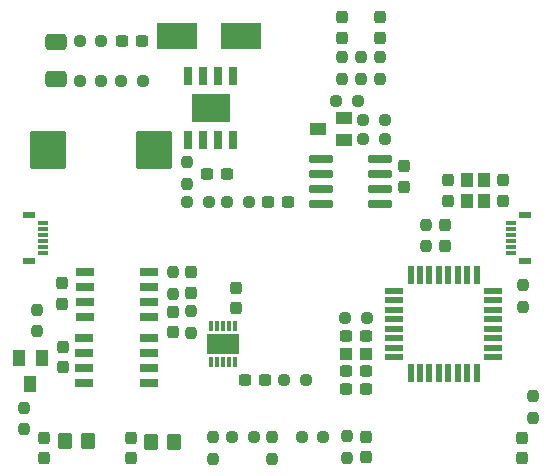
<source format=gbr>
%TF.GenerationSoftware,KiCad,Pcbnew,(5.99.0-12980-gcf6acae791)*%
%TF.CreationDate,2022-01-10T14:37:02+01:00*%
%TF.ProjectId,GRIPPER_TWO_ADVANCED_CONTROL_BOARD,47524950-5045-4525-9f54-574f5f414456,rev?*%
%TF.SameCoordinates,Original*%
%TF.FileFunction,Paste,Top*%
%TF.FilePolarity,Positive*%
%FSLAX46Y46*%
G04 Gerber Fmt 4.6, Leading zero omitted, Abs format (unit mm)*
G04 Created by KiCad (PCBNEW (5.99.0-12980-gcf6acae791)) date 2022-01-10 14:37:02*
%MOMM*%
%LPD*%
G01*
G04 APERTURE LIST*
G04 Aperture macros list*
%AMRoundRect*
0 Rectangle with rounded corners*
0 $1 Rounding radius*
0 $2 $3 $4 $5 $6 $7 $8 $9 X,Y pos of 4 corners*
0 Add a 4 corners polygon primitive as box body*
4,1,4,$2,$3,$4,$5,$6,$7,$8,$9,$2,$3,0*
0 Add four circle primitives for the rounded corners*
1,1,$1+$1,$2,$3*
1,1,$1+$1,$4,$5*
1,1,$1+$1,$6,$7*
1,1,$1+$1,$8,$9*
0 Add four rect primitives between the rounded corners*
20,1,$1+$1,$2,$3,$4,$5,0*
20,1,$1+$1,$4,$5,$6,$7,0*
20,1,$1+$1,$6,$7,$8,$9,0*
20,1,$1+$1,$8,$9,$2,$3,0*%
G04 Aperture macros list end*
%ADD10RoundRect,0.312200X-1.248800X-1.313300X1.248800X-1.313300X1.248800X1.313300X-1.248800X1.313300X0*%
%ADD11RoundRect,0.237500X-0.237500X0.300000X-0.237500X-0.300000X0.237500X-0.300000X0.237500X0.300000X0*%
%ADD12RoundRect,0.237500X-0.250000X-0.237500X0.250000X-0.237500X0.250000X0.237500X-0.250000X0.237500X0*%
%ADD13RoundRect,0.237500X-0.300000X-0.237500X0.300000X-0.237500X0.300000X0.237500X-0.300000X0.237500X0*%
%ADD14RoundRect,0.237500X0.237500X-0.300000X0.237500X0.300000X-0.237500X0.300000X-0.237500X-0.300000X0*%
%ADD15RoundRect,0.237500X0.250000X0.237500X-0.250000X0.237500X-0.250000X-0.237500X0.250000X-0.237500X0*%
%ADD16RoundRect,0.237500X0.237500X-0.287500X0.237500X0.287500X-0.237500X0.287500X-0.237500X-0.287500X0*%
%ADD17RoundRect,0.237500X-0.237500X0.250000X-0.237500X-0.250000X0.237500X-0.250000X0.237500X0.250000X0*%
%ADD18R,1.528000X0.650000*%
%ADD19R,0.300000X0.850000*%
%ADD20R,2.700000X1.750000*%
%ADD21RoundRect,0.250000X0.650000X-0.412500X0.650000X0.412500X-0.650000X0.412500X-0.650000X-0.412500X0*%
%ADD22RoundRect,0.237500X-0.237500X0.287500X-0.237500X-0.287500X0.237500X-0.287500X0.237500X0.287500X0*%
%ADD23R,1.400000X1.000000*%
%ADD24R,1.000000X0.520000*%
%ADD25R,0.900000X0.300000*%
%ADD26R,1.000000X1.150000*%
%ADD27RoundRect,0.237500X0.300000X0.237500X-0.300000X0.237500X-0.300000X-0.237500X0.300000X-0.237500X0*%
%ADD28RoundRect,0.250000X0.350000X0.450000X-0.350000X0.450000X-0.350000X-0.450000X0.350000X-0.450000X0*%
%ADD29RoundRect,0.068750X-0.206250X0.711250X-0.206250X-0.711250X0.206250X-0.711250X0.206250X0.711250X0*%
%ADD30RoundRect,0.068750X-0.711250X-0.206250X0.711250X-0.206250X0.711250X0.206250X-0.711250X0.206250X0*%
%ADD31RoundRect,0.068750X0.206250X-0.711250X0.206250X0.711250X-0.206250X0.711250X-0.206250X-0.711250X0*%
%ADD32RoundRect,0.068750X0.711250X0.206250X-0.711250X0.206250X-0.711250X-0.206250X0.711250X-0.206250X0*%
%ADD33R,3.500000X2.300000*%
%ADD34RoundRect,0.237500X0.237500X-0.250000X0.237500X0.250000X-0.237500X0.250000X-0.237500X-0.250000X0*%
%ADD35R,1.000000X1.400000*%
%ADD36R,0.700000X1.525000*%
%ADD37R,3.200000X2.400000*%
%ADD38RoundRect,0.075000X0.910000X0.225000X-0.910000X0.225000X-0.910000X-0.225000X0.910000X-0.225000X0*%
%ADD39R,1.100000X1.000000*%
G04 APERTURE END LIST*
D10*
%TO.C,L2*%
X152229000Y-96200000D03*
X161171000Y-96200000D03*
%TD*%
D11*
%TO.C,C9*%
X153400000Y-107437500D03*
X153400000Y-109162500D03*
%TD*%
D12*
%TO.C,R26*%
X154887500Y-86900000D03*
X156712500Y-86900000D03*
%TD*%
D13*
%TO.C,C6*%
X168837500Y-115600000D03*
X170562500Y-115600000D03*
%TD*%
D14*
%TO.C,C11*%
X162800000Y-111562500D03*
X162800000Y-109837500D03*
%TD*%
D12*
%TO.C,R25*%
X158387500Y-90300000D03*
X160212500Y-90300000D03*
%TD*%
D15*
%TO.C,R29*%
X165812500Y-100600000D03*
X163987500Y-100600000D03*
%TD*%
D16*
%TO.C,D4*%
X151900000Y-122275000D03*
X151900000Y-120525000D03*
%TD*%
D17*
%TO.C,R20*%
X180300000Y-88287500D03*
X180300000Y-90112500D03*
%TD*%
%TO.C,R9*%
X151300000Y-109687500D03*
X151300000Y-111512500D03*
%TD*%
D18*
%TO.C,U3*%
X160711000Y-115905000D03*
X160711000Y-114635000D03*
X160711000Y-113365000D03*
X160711000Y-112095000D03*
X155289000Y-112095000D03*
X155289000Y-113365000D03*
X155289000Y-114635000D03*
X155289000Y-115905000D03*
%TD*%
D16*
%TO.C,D2*%
X180300000Y-86675000D03*
X180300000Y-84925000D03*
%TD*%
%TO.C,D1*%
X177100000Y-86675000D03*
X177100000Y-84925000D03*
%TD*%
D12*
%TO.C,R24*%
X154887500Y-90300000D03*
X156712500Y-90300000D03*
%TD*%
D13*
%TO.C,C5*%
X177437500Y-116400000D03*
X179162500Y-116400000D03*
%TD*%
D17*
%TO.C,R5*%
X162800000Y-106487500D03*
X162800000Y-108312500D03*
%TD*%
D15*
%TO.C,R28*%
X169212500Y-100600000D03*
X167387500Y-100600000D03*
%TD*%
D19*
%TO.C,U2*%
X168000000Y-111100000D03*
X167500000Y-111100000D03*
X167000000Y-111100000D03*
X166500000Y-111100000D03*
X166000000Y-111100000D03*
X166000000Y-114100000D03*
X166500000Y-114100000D03*
X167000000Y-114100000D03*
X167500000Y-114100000D03*
X168000000Y-114100000D03*
D20*
X167000000Y-112600000D03*
%TD*%
D15*
%TO.C,R21*%
X180712500Y-95200000D03*
X178887500Y-95200000D03*
%TD*%
D21*
%TO.C,C12*%
X152900000Y-90162500D03*
X152900000Y-87037500D03*
%TD*%
D17*
%TO.C,R6*%
X164300000Y-109787500D03*
X164300000Y-111612500D03*
%TD*%
D11*
%TO.C,C1*%
X190700000Y-98737500D03*
X190700000Y-100462500D03*
%TD*%
D15*
%TO.C,R11*%
X174012500Y-115600000D03*
X172187500Y-115600000D03*
%TD*%
D22*
%TO.C,D3*%
X164300000Y-106525000D03*
X164300000Y-108275000D03*
%TD*%
D23*
%TO.C,Q2*%
X177300000Y-93450000D03*
X175100000Y-94400000D03*
X177300000Y-95350000D03*
%TD*%
D24*
%TO.C,J3*%
X192600000Y-101650000D03*
D25*
X191400000Y-102350000D03*
X191400000Y-102850000D03*
X191400000Y-103350000D03*
X191400000Y-103850000D03*
X191400000Y-104350000D03*
X191400000Y-104850000D03*
D24*
X192600000Y-105550000D03*
%TD*%
D11*
%TO.C,C8*%
X153500000Y-112837500D03*
X153500000Y-114562500D03*
%TD*%
D15*
%TO.C,R4*%
X175512500Y-120500000D03*
X173687500Y-120500000D03*
%TD*%
D26*
%TO.C,X1*%
X189100000Y-100475000D03*
X189100000Y-98725000D03*
X187700000Y-98725000D03*
X187700000Y-100475000D03*
%TD*%
D17*
%TO.C,R17*%
X177100000Y-88287500D03*
X177100000Y-90112500D03*
%TD*%
D27*
%TO.C,C13*%
X160162500Y-86900000D03*
X158437500Y-86900000D03*
%TD*%
D13*
%TO.C,C15*%
X170837500Y-100600000D03*
X172562500Y-100600000D03*
%TD*%
D16*
%TO.C,D8*%
X159200000Y-122275000D03*
X159200000Y-120525000D03*
%TD*%
D17*
%TO.C,R2*%
X171200000Y-120487500D03*
X171200000Y-122312500D03*
%TD*%
D13*
%TO.C,C4*%
X177437500Y-114900000D03*
X179162500Y-114900000D03*
%TD*%
D17*
%TO.C,R10*%
X184200000Y-102487500D03*
X184200000Y-104312500D03*
%TD*%
%TO.C,R8*%
X150200000Y-117987500D03*
X150200000Y-119812500D03*
%TD*%
D14*
%TO.C,C10*%
X182300000Y-99262500D03*
X182300000Y-97537500D03*
%TD*%
D28*
%TO.C,R30*%
X162900000Y-120900000D03*
X160900000Y-120900000D03*
%TD*%
D24*
%TO.C,J2*%
X150600000Y-105550000D03*
D25*
X151800000Y-104850000D03*
X151800000Y-104350000D03*
X151800000Y-103850000D03*
X151800000Y-103350000D03*
X151800000Y-102850000D03*
X151800000Y-102350000D03*
D24*
X150600000Y-101650000D03*
%TD*%
D29*
%TO.C,U1*%
X188500000Y-106720000D03*
X187700000Y-106720000D03*
X186900000Y-106720000D03*
X186100000Y-106720000D03*
X185300000Y-106720000D03*
X184500000Y-106720000D03*
X183700000Y-106720000D03*
X182900000Y-106720000D03*
D30*
X181520000Y-108100000D03*
X181520000Y-108900000D03*
X181520000Y-109700000D03*
X181520000Y-110500000D03*
X181520000Y-111300000D03*
X181520000Y-112100000D03*
X181520000Y-112900000D03*
X181520000Y-113700000D03*
D31*
X182900000Y-115080000D03*
X183700000Y-115080000D03*
X184500000Y-115080000D03*
X185300000Y-115080000D03*
X186100000Y-115080000D03*
X186900000Y-115080000D03*
X187700000Y-115080000D03*
X188500000Y-115080000D03*
D32*
X189880000Y-113700000D03*
X189880000Y-112900000D03*
X189880000Y-112100000D03*
X189880000Y-111300000D03*
X189880000Y-110500000D03*
X189880000Y-109700000D03*
X189880000Y-108900000D03*
X189880000Y-108100000D03*
%TD*%
D22*
%TO.C,D6*%
X192300000Y-120525000D03*
X192300000Y-122275000D03*
%TD*%
D33*
%TO.C,D7*%
X168500000Y-86500000D03*
X163100000Y-86500000D03*
%TD*%
D15*
%TO.C,R7*%
X179212500Y-110400000D03*
X177387500Y-110400000D03*
%TD*%
D17*
%TO.C,R16*%
X178700000Y-88287500D03*
X178700000Y-90112500D03*
%TD*%
D12*
%TO.C,R3*%
X167787500Y-120500000D03*
X169612500Y-120500000D03*
%TD*%
D17*
%TO.C,R22*%
X177500000Y-120387500D03*
X177500000Y-122212500D03*
%TD*%
D14*
%TO.C,C2*%
X186100000Y-100462500D03*
X186100000Y-98737500D03*
%TD*%
D16*
%TO.C,D5*%
X179100000Y-122175000D03*
X179100000Y-120425000D03*
%TD*%
D14*
%TO.C,C22*%
X185800000Y-104262500D03*
X185800000Y-102537500D03*
%TD*%
D17*
%TO.C,R23*%
X193300000Y-116987500D03*
X193300000Y-118812500D03*
%TD*%
D14*
%TO.C,C7*%
X168100000Y-109562500D03*
X168100000Y-107837500D03*
%TD*%
D34*
%TO.C,R1*%
X166200000Y-122312500D03*
X166200000Y-120487500D03*
%TD*%
D17*
%TO.C,R27*%
X164000000Y-97187500D03*
X164000000Y-99012500D03*
%TD*%
D27*
%TO.C,C3*%
X179162500Y-111900000D03*
X177437500Y-111900000D03*
%TD*%
D18*
%TO.C,U6*%
X160722000Y-110305000D03*
X160722000Y-109035000D03*
X160722000Y-107765000D03*
X160722000Y-106495000D03*
X155300000Y-106495000D03*
X155300000Y-107765000D03*
X155300000Y-109035000D03*
X155300000Y-110305000D03*
%TD*%
D34*
%TO.C,R13*%
X192400000Y-109412500D03*
X192400000Y-107587500D03*
%TD*%
D13*
%TO.C,C14*%
X165637500Y-98200000D03*
X167362500Y-98200000D03*
%TD*%
D15*
%TO.C,R19*%
X180712500Y-93600000D03*
X178887500Y-93600000D03*
%TD*%
D35*
%TO.C,Q1*%
X151650000Y-113800000D03*
X149750000Y-113800000D03*
X150700000Y-116000000D03*
%TD*%
D28*
%TO.C,R14*%
X155600000Y-120800000D03*
X153600000Y-120800000D03*
%TD*%
D15*
%TO.C,R18*%
X178412500Y-92000000D03*
X176587500Y-92000000D03*
%TD*%
D36*
%TO.C,IC1*%
X167905000Y-89888000D03*
X166635000Y-89888000D03*
X165365000Y-89888000D03*
X164095000Y-89888000D03*
X164095000Y-95312000D03*
X165365000Y-95312000D03*
X166635000Y-95312000D03*
X167905000Y-95312000D03*
D37*
X166000000Y-92600000D03*
%TD*%
D38*
%TO.C,U4*%
X180270000Y-100705000D03*
X180270000Y-99435000D03*
X180270000Y-98165000D03*
X180270000Y-96895000D03*
X175330000Y-96895000D03*
X175330000Y-98165000D03*
X175330000Y-99435000D03*
X175330000Y-100705000D03*
%TD*%
D39*
%TO.C,L1*%
X177450000Y-113400000D03*
X179150000Y-113400000D03*
%TD*%
M02*

</source>
